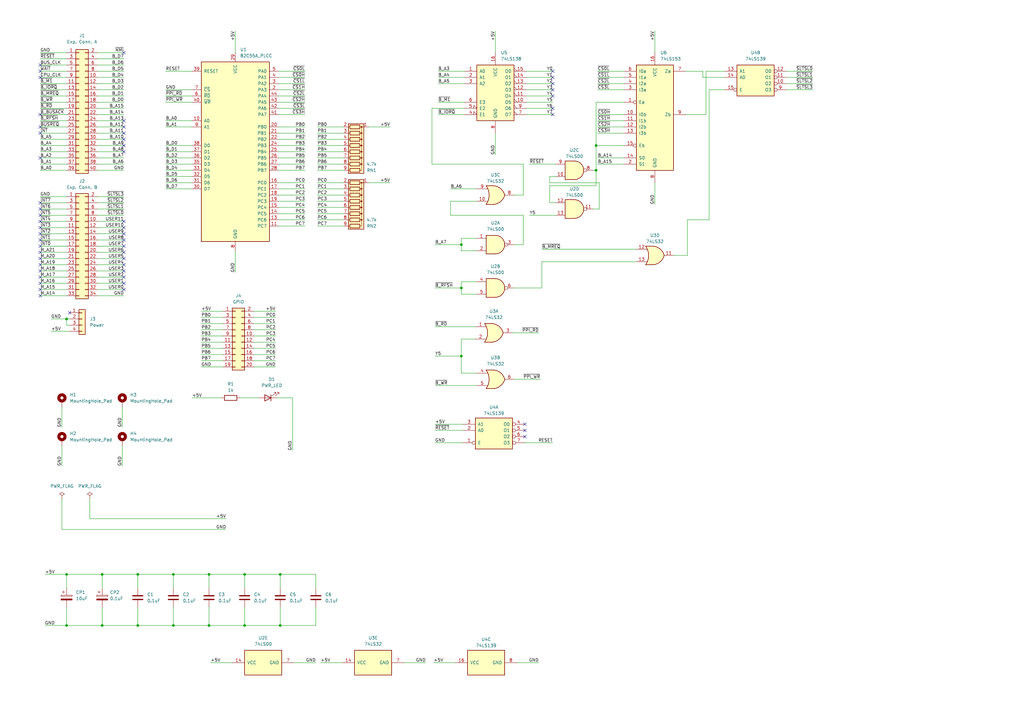
<source format=kicad_sch>
(kicad_sch (version 20230121) (generator eeschema)
  (paper "A3")
  (title_block (title "PPI & Slot Select Board for the Stackable Z80 Computer") (date "2023-08-31") (rev "1.1"))
  (junction (at 27.305 256.54))
  (junction (at 27.305 130.81))
  (junction (at 71.12 256.54))
  (junction (at 100.33 256.54))
  (junction (at 41.91 256.54))
  (junction (at 27.305 235.585))
  (junction (at 189.23 146.05))
  (junction (at 85.725 256.54))
  (junction (at 41.91 235.585))
  (junction (at 244.475 69.85))
  (junction (at 56.515 256.54))
  (junction (at 244.475 59.69))
  (junction (at 85.725 235.585))
  (junction (at 189.23 100.33))
  (junction (at 71.12 235.585))
  (junction (at 114.935 256.54))
  (junction (at 114.935 235.585))
  (junction (at 56.515 235.585))
  (junction (at 100.33 235.585))
  (junction (at 189.23 118.11))
  (no_connect (at 226.695 29.21))
  (no_connect (at 16.51 31.75))
  (no_connect (at 16.51 64.77))
  (no_connect (at 50.8 113.665))
  (no_connect (at 16.51 90.805))
  (no_connect (at 50.8 95.885))
  (no_connect (at 50.8 108.585))
  (no_connect (at 215.265 176.53))
  (no_connect (at 50.8 52.07))
  (no_connect (at 50.8 116.205))
  (no_connect (at 16.51 121.285))
  (no_connect (at 50.8 103.505))
  (no_connect (at 226.695 39.37))
  (no_connect (at 16.51 54.61))
  (no_connect (at 50.8 90.805))
  (no_connect (at 50.8 59.69))
  (no_connect (at 16.51 106.045))
  (no_connect (at 215.265 173.99))
  (no_connect (at 16.51 103.505))
  (no_connect (at 16.51 100.965))
  (no_connect (at 16.51 111.125))
  (no_connect (at 28.575 128.27))
  (no_connect (at 16.51 95.885))
  (no_connect (at 226.695 36.83))
  (no_connect (at 50.8 93.345))
  (no_connect (at 16.51 29.21))
  (no_connect (at 50.8 21.59))
  (no_connect (at 50.8 100.965))
  (no_connect (at 50.8 118.745))
  (no_connect (at 50.8 98.425))
  (no_connect (at 16.51 88.265))
  (no_connect (at 16.51 108.585))
  (no_connect (at 50.8 57.15))
  (no_connect (at 16.51 98.425))
  (no_connect (at 50.8 111.125))
  (no_connect (at 50.8 54.61))
  (no_connect (at 50.8 49.53))
  (no_connect (at 16.51 93.345))
  (no_connect (at 50.8 62.23))
  (no_connect (at 226.695 34.29))
  (no_connect (at 16.51 26.67))
  (no_connect (at 16.51 83.185))
  (no_connect (at 16.51 52.07))
  (no_connect (at 226.695 31.75))
  (no_connect (at 16.51 46.99))
  (no_connect (at 215.265 179.07))
  (no_connect (at 16.51 113.665))
  (no_connect (at 226.695 44.45))
  (no_connect (at 16.51 116.205))
  (no_connect (at 226.695 46.99))
  (no_connect (at 50.8 106.045))
  (no_connect (at 16.51 85.725))
  (no_connect (at 16.51 118.745))
  (wire (pts (xy 50.8 36.83) (xy 40.005 36.83)))
  (wire (pts (xy 114.3 44.45) (xy 125.095 44.45)))
  (wire (pts (xy 40.005 103.505) (xy 50.8 103.505)))
  (wire (pts (xy 114.3 57.15) (xy 125.095 57.15)))
  (wire (pts (xy 25.4 204.47) (xy 25.4 217.17)))
  (wire (pts (xy 195.58 115.57) (xy 189.23 115.57)))
  (wire (pts (xy 179.705 46.99) (xy 190.5 46.99)))
  (wire (pts (xy 104.14 147.955) (xy 113.03 147.955)))
  (wire (pts (xy 67.945 41.91) (xy 78.74 41.91)))
  (wire (pts (xy 130.175 74.93) (xy 140.97 74.93)))
  (wire (pts (xy 189.23 100.33) (xy 189.23 102.87)))
  (wire (pts (xy 16.51 113.665) (xy 27.305 113.665)))
  (wire (pts (xy 16.51 36.83) (xy 27.305 36.83)))
  (wire (pts (xy 178.435 173.99) (xy 189.865 173.99)))
  (wire (pts (xy 255.905 31.75) (xy 245.11 31.75)))
  (wire (pts (xy 100.33 248.92) (xy 100.33 256.54)))
  (wire (pts (xy 16.51 46.99) (xy 27.305 46.99)))
  (wire (pts (xy 130.175 59.69) (xy 140.97 59.69)))
  (wire (pts (xy 113.03 127.635) (xy 104.14 127.635)))
  (wire (pts (xy 114.3 92.71) (xy 125.095 92.71)))
  (wire (pts (xy 40.005 90.805) (xy 50.8 90.805)))
  (wire (pts (xy 225.425 76.2) (xy 244.475 76.2)))
  (wire (pts (xy 104.14 150.495) (xy 113.03 150.495)))
  (wire (pts (xy 244.475 59.69) (xy 244.475 41.91)))
  (wire (pts (xy 322.58 36.83) (xy 333.375 36.83)))
  (wire (pts (xy 50.165 167.005) (xy 50.165 175.26)))
  (wire (pts (xy 195.58 97.79) (xy 189.23 97.79)))
  (wire (pts (xy 104.14 142.875) (xy 113.03 142.875)))
  (wire (pts (xy 67.945 29.21) (xy 78.74 29.21)))
  (wire (pts (xy 227.965 83.185) (xy 225.425 83.185)))
  (wire (pts (xy 160.02 74.93) (xy 151.13 74.93)))
  (wire (pts (xy 189.23 146.05) (xy 189.23 153.035)))
  (wire (pts (xy 220.98 136.525) (xy 210.185 136.525)))
  (wire (pts (xy 96.52 111.76) (xy 96.52 102.87)))
  (wire (pts (xy 16.51 85.725) (xy 27.305 85.725)))
  (wire (pts (xy 217.17 67.31) (xy 227.965 67.31)))
  (wire (pts (xy 322.58 31.75) (xy 333.375 31.75)))
  (wire (pts (xy 221.615 155.575) (xy 210.82 155.575)))
  (wire (pts (xy 18.415 235.585) (xy 27.305 235.585)))
  (wire (pts (xy 50.8 41.91) (xy 40.005 41.91)))
  (wire (pts (xy 27.305 235.585) (xy 27.305 241.3)))
  (wire (pts (xy 114.3 85.09) (xy 125.095 85.09)))
  (wire (pts (xy 189.23 115.57) (xy 189.23 118.11)))
  (wire (pts (xy 177.165 67.31) (xy 177.165 44.45)))
  (wire (pts (xy 40.005 106.045) (xy 50.8 106.045)))
  (wire (pts (xy 281.94 104.775) (xy 281.94 90.17)))
  (wire (pts (xy 16.51 69.85) (xy 27.305 69.85)))
  (wire (pts (xy 50.8 121.285) (xy 40.005 121.285)))
  (wire (pts (xy 50.8 52.07) (xy 40.005 52.07)))
  (wire (pts (xy 27.305 133.35) (xy 27.305 130.81)))
  (wire (pts (xy 114.3 54.61) (xy 125.095 54.61)))
  (wire (pts (xy 220.98 271.78) (xy 212.09 271.78)))
  (wire (pts (xy 214.63 88.265) (xy 184.785 88.265)))
  (wire (pts (xy 130.175 80.01) (xy 140.97 80.01)))
  (wire (pts (xy 114.3 64.77) (xy 125.095 64.77)))
  (wire (pts (xy 203.2 12.7) (xy 203.2 21.59)))
  (wire (pts (xy 67.945 59.69) (xy 78.74 59.69)))
  (wire (pts (xy 114.935 235.585) (xy 100.33 235.585)))
  (wire (pts (xy 255.905 36.83) (xy 245.11 36.83)))
  (wire (pts (xy 50.8 57.15) (xy 40.005 57.15)))
  (wire (pts (xy 25.4 182.88) (xy 25.4 191.135)))
  (wire (pts (xy 40.005 100.965) (xy 50.8 100.965)))
  (wire (pts (xy 214.63 100.33) (xy 214.63 88.265)))
  (wire (pts (xy 178.435 118.11) (xy 189.23 118.11)))
  (wire (pts (xy 16.51 41.91) (xy 27.305 41.91)))
  (wire (pts (xy 27.305 256.54) (xy 27.305 248.92)))
  (wire (pts (xy 245.745 74.93) (xy 245.745 85.725)))
  (wire (pts (xy 50.8 62.23) (xy 40.005 62.23)))
  (wire (pts (xy 322.58 29.21) (xy 333.375 29.21)))
  (wire (pts (xy 114.3 52.07) (xy 125.095 52.07)))
  (wire (pts (xy 67.945 69.85) (xy 78.74 69.85)))
  (wire (pts (xy 40.005 88.265) (xy 50.8 88.265)))
  (wire (pts (xy 50.8 54.61) (xy 40.005 54.61)))
  (wire (pts (xy 184.785 77.47) (xy 195.58 77.47)))
  (wire (pts (xy 227.965 88.265) (xy 217.17 88.265)))
  (wire (pts (xy 91.44 140.335) (xy 82.55 140.335)))
  (wire (pts (xy 114.3 67.31) (xy 125.095 67.31)))
  (wire (pts (xy 244.475 59.69) (xy 255.905 59.69)))
  (wire (pts (xy 130.175 82.55) (xy 140.97 82.55)))
  (wire (pts (xy 27.305 130.81) (xy 28.575 130.81)))
  (wire (pts (xy 244.475 41.91) (xy 255.905 41.91)))
  (wire (pts (xy 71.12 241.3) (xy 71.12 235.585)))
  (wire (pts (xy 16.51 54.61) (xy 27.305 54.61)))
  (wire (pts (xy 179.705 41.91) (xy 190.5 41.91)))
  (wire (pts (xy 67.945 49.53) (xy 78.74 49.53)))
  (wire (pts (xy 114.3 41.91) (xy 125.095 41.91)))
  (wire (pts (xy 130.175 69.85) (xy 140.97 69.85)))
  (wire (pts (xy 50.8 49.53) (xy 40.005 49.53)))
  (wire (pts (xy 50.8 116.205) (xy 40.005 116.205)))
  (wire (pts (xy 290.83 36.83) (xy 290.83 90.17)))
  (wire (pts (xy 50.8 24.13) (xy 40.005 24.13)))
  (wire (pts (xy 16.51 44.45) (xy 27.305 44.45)))
  (wire (pts (xy 71.12 248.92) (xy 71.12 256.54)))
  (wire (pts (xy 114.3 77.47) (xy 125.095 77.47)))
  (wire (pts (xy 245.745 85.725) (xy 243.205 85.725)))
  (wire (pts (xy 91.44 132.715) (xy 82.55 132.715)))
  (wire (pts (xy 50.8 34.29) (xy 40.005 34.29)))
  (wire (pts (xy 50.8 46.99) (xy 40.005 46.99)))
  (wire (pts (xy 114.3 46.99) (xy 125.095 46.99)))
  (wire (pts (xy 178.435 181.61) (xy 189.865 181.61)))
  (wire (pts (xy 25.4 217.17) (xy 92.71 217.17)))
  (wire (pts (xy 36.83 212.725) (xy 92.71 212.725)))
  (wire (pts (xy 16.51 29.21) (xy 27.305 29.21)))
  (wire (pts (xy 114.3 74.93) (xy 125.095 74.93)))
  (wire (pts (xy 50.8 59.69) (xy 40.005 59.69)))
  (wire (pts (xy 255.905 29.21) (xy 245.11 29.21)))
  (wire (pts (xy 210.82 100.33) (xy 214.63 100.33)))
  (wire (pts (xy 288.29 29.21) (xy 288.29 31.75)))
  (wire (pts (xy 215.9 46.99) (xy 226.695 46.99)))
  (wire (pts (xy 40.005 83.185) (xy 50.8 83.185)))
  (wire (pts (xy 244.475 69.85) (xy 244.475 59.69)))
  (wire (pts (xy 85.725 248.92) (xy 85.725 256.54)))
  (wire (pts (xy 114.3 62.23) (xy 125.095 62.23)))
  (wire (pts (xy 16.51 49.53) (xy 27.305 49.53)))
  (wire (pts (xy 16.51 59.69) (xy 27.305 59.69)))
  (wire (pts (xy 129.54 235.585) (xy 114.935 235.585)))
  (wire (pts (xy 25.4 167.005) (xy 25.4 175.26)))
  (wire (pts (xy 16.51 39.37) (xy 27.305 39.37)))
  (wire (pts (xy 244.475 76.2) (xy 244.475 69.85)))
  (wire (pts (xy 16.51 26.67) (xy 27.305 26.67)))
  (wire (pts (xy 91.44 130.175) (xy 82.55 130.175)))
  (wire (pts (xy 114.3 31.75) (xy 125.095 31.75)))
  (wire (pts (xy 178.435 176.53) (xy 189.865 176.53)))
  (wire (pts (xy 114.935 241.3) (xy 114.935 235.585)))
  (wire (pts (xy 85.725 256.54) (xy 71.12 256.54)))
  (wire (pts (xy 160.02 52.07) (xy 151.13 52.07)))
  (wire (pts (xy 71.12 235.585) (xy 56.515 235.585)))
  (wire (pts (xy 178.435 158.115) (xy 195.58 158.115)))
  (wire (pts (xy 104.14 137.795) (xy 113.03 137.795)))
  (wire (pts (xy 222.25 107.315) (xy 260.985 107.315)))
  (wire (pts (xy 114.935 256.54) (xy 100.33 256.54)))
  (wire (pts (xy 177.8 271.78) (xy 186.69 271.78)))
  (wire (pts (xy 67.945 67.31) (xy 78.74 67.31)))
  (wire (pts (xy 16.51 118.745) (xy 27.305 118.745)))
  (wire (pts (xy 290.83 90.17) (xy 281.94 90.17)))
  (wire (pts (xy 40.005 98.425) (xy 50.8 98.425)))
  (wire (pts (xy 255.905 46.99) (xy 245.11 46.99)))
  (wire (pts (xy 16.51 121.285) (xy 27.305 121.285)))
  (wire (pts (xy 255.905 54.61) (xy 245.11 54.61)))
  (wire (pts (xy 214.63 67.31) (xy 177.165 67.31)))
  (wire (pts (xy 255.905 34.29) (xy 245.11 34.29)))
  (wire (pts (xy 184.785 88.265) (xy 184.785 82.55)))
  (wire (pts (xy 100.33 241.3) (xy 100.33 235.585)))
  (wire (pts (xy 86.36 271.78) (xy 95.25 271.78)))
  (wire (pts (xy 18.415 256.54) (xy 27.305 256.54)))
  (wire (pts (xy 16.51 31.75) (xy 27.305 31.75)))
  (wire (pts (xy 189.23 120.65) (xy 195.58 120.65)))
  (wire (pts (xy 50.8 67.31) (xy 40.005 67.31)))
  (wire (pts (xy 78.74 163.195) (xy 90.805 163.195)))
  (wire (pts (xy 114.3 39.37) (xy 125.095 39.37)))
  (wire (pts (xy 67.945 64.77) (xy 78.74 64.77)))
  (wire (pts (xy 16.51 108.585) (xy 27.305 108.585)))
  (wire (pts (xy 41.91 235.585) (xy 41.91 241.3)))
  (wire (pts (xy 56.515 248.92) (xy 56.515 256.54)))
  (wire (pts (xy 210.82 80.01) (xy 214.63 80.01)))
  (wire (pts (xy 40.005 108.585) (xy 50.8 108.585)))
  (wire (pts (xy 276.225 104.775) (xy 281.94 104.775)))
  (wire (pts (xy 91.44 137.795) (xy 82.55 137.795)))
  (wire (pts (xy 16.51 93.345) (xy 27.305 93.345)))
  (wire (pts (xy 16.51 116.205) (xy 27.305 116.205)))
  (wire (pts (xy 174.625 271.78) (xy 165.735 271.78)))
  (wire (pts (xy 16.51 52.07) (xy 27.305 52.07)))
  (wire (pts (xy 268.605 12.7) (xy 268.605 21.59)))
  (wire (pts (xy 245.11 67.31) (xy 255.905 67.31)))
  (wire (pts (xy 100.33 256.54) (xy 85.725 256.54)))
  (wire (pts (xy 194.945 139.065) (xy 189.23 139.065)))
  (wire (pts (xy 104.14 132.715) (xy 113.03 132.715)))
  (wire (pts (xy 71.12 256.54) (xy 56.515 256.54)))
  (wire (pts (xy 130.175 67.31) (xy 140.97 67.31)))
  (wire (pts (xy 50.8 64.77) (xy 40.005 64.77)))
  (wire (pts (xy 20.955 135.89) (xy 28.575 135.89)))
  (wire (pts (xy 91.44 150.495) (xy 82.55 150.495)))
  (wire (pts (xy 129.54 256.54) (xy 114.935 256.54)))
  (wire (pts (xy 245.11 64.77) (xy 255.905 64.77)))
  (wire (pts (xy 104.14 135.255) (xy 113.03 135.255)))
  (wire (pts (xy 114.3 34.29) (xy 125.095 34.29)))
  (wire (pts (xy 114.3 69.85) (xy 125.095 69.85)))
  (wire (pts (xy 16.51 57.15) (xy 27.305 57.15)))
  (wire (pts (xy 114.3 59.69) (xy 125.095 59.69)))
  (wire (pts (xy 100.33 235.585) (xy 85.725 235.585)))
  (wire (pts (xy 50.8 113.665) (xy 40.005 113.665)))
  (wire (pts (xy 189.23 139.065) (xy 189.23 146.05)))
  (wire (pts (xy 129.54 248.92) (xy 129.54 256.54)))
  (wire (pts (xy 179.705 29.21) (xy 190.5 29.21)))
  (wire (pts (xy 67.945 74.93) (xy 78.74 74.93)))
  (wire (pts (xy 114.3 29.21) (xy 125.095 29.21)))
  (wire (pts (xy 16.51 64.77) (xy 27.305 64.77)))
  (wire (pts (xy 104.14 145.415) (xy 113.03 145.415)))
  (wire (pts (xy 104.14 140.335) (xy 113.03 140.335)))
  (wire (pts (xy 215.9 41.91) (xy 226.695 41.91)))
  (wire (pts (xy 215.9 29.21) (xy 226.695 29.21)))
  (wire (pts (xy 225.425 74.93) (xy 245.745 74.93)))
  (wire (pts (xy 178.435 100.33) (xy 189.23 100.33)))
  (wire (pts (xy 281.305 29.21) (xy 288.29 29.21)))
  (wire (pts (xy 16.51 80.645) (xy 27.305 80.645)))
  (wire (pts (xy 225.425 72.39) (xy 225.425 74.93)))
  (wire (pts (xy 214.63 80.01) (xy 214.63 67.31)))
  (wire (pts (xy 281.305 46.99) (xy 289.56 46.99)))
  (wire (pts (xy 91.44 145.415) (xy 82.55 145.415)))
  (wire (pts (xy 50.8 31.75) (xy 40.005 31.75)))
  (wire (pts (xy 67.945 52.07) (xy 78.74 52.07)))
  (wire (pts (xy 50.8 69.85) (xy 40.005 69.85)))
  (wire (pts (xy 104.14 130.175) (xy 113.03 130.175)))
  (wire (pts (xy 27.305 235.585) (xy 41.91 235.585)))
  (wire (pts (xy 129.54 241.3) (xy 129.54 235.585)))
  (wire (pts (xy 16.51 98.425) (xy 27.305 98.425)))
  (wire (pts (xy 91.44 135.255) (xy 82.55 135.255)))
  (wire (pts (xy 288.29 31.75) (xy 297.18 31.75)))
  (wire (pts (xy 16.51 88.265) (xy 27.305 88.265)))
  (wire (pts (xy 210.82 118.11) (xy 222.25 118.11)))
  (wire (pts (xy 130.175 90.17) (xy 140.97 90.17)))
  (wire (pts (xy 203.2 63.5) (xy 203.2 54.61)))
  (wire (pts (xy 130.175 92.71) (xy 140.97 92.71)))
  (wire (pts (xy 114.3 82.55) (xy 125.095 82.55)))
  (wire (pts (xy 120.015 163.195) (xy 120.015 184.785)))
  (wire (pts (xy 50.165 182.88) (xy 50.165 191.135)))
  (wire (pts (xy 16.51 106.045) (xy 27.305 106.045)))
  (wire (pts (xy 114.3 87.63) (xy 125.095 87.63)))
  (wire (pts (xy 222.25 102.235) (xy 260.985 102.235)))
  (wire (pts (xy 91.44 142.875) (xy 82.55 142.875)))
  (wire (pts (xy 215.9 36.83) (xy 226.695 36.83)))
  (wire (pts (xy 225.425 72.39) (xy 227.965 72.39)))
  (wire (pts (xy 16.51 95.885) (xy 27.305 95.885)))
  (wire (pts (xy 114.935 248.92) (xy 114.935 256.54)))
  (wire (pts (xy 56.515 241.3) (xy 56.515 235.585)))
  (wire (pts (xy 16.51 67.31) (xy 27.305 67.31)))
  (wire (pts (xy 50.8 44.45) (xy 40.005 44.45)))
  (wire (pts (xy 130.175 77.47) (xy 140.97 77.47)))
  (wire (pts (xy 226.695 181.61) (xy 215.265 181.61)))
  (wire (pts (xy 56.515 256.54) (xy 41.91 256.54)))
  (wire (pts (xy 98.425 163.195) (xy 106.045 163.195)))
  (wire (pts (xy 16.51 21.59) (xy 27.305 21.59)))
  (wire (pts (xy 215.9 34.29) (xy 226.695 34.29)))
  (wire (pts (xy 215.9 31.75) (xy 226.695 31.75)))
  (wire (pts (xy 50.8 21.59) (xy 40.005 21.59)))
  (wire (pts (xy 16.51 111.125) (xy 27.305 111.125)))
  (wire (pts (xy 16.51 103.505) (xy 27.305 103.505)))
  (wire (pts (xy 40.005 93.345) (xy 50.8 93.345)))
  (wire (pts (xy 184.785 82.55) (xy 195.58 82.55)))
  (wire (pts (xy 289.56 46.99) (xy 289.56 29.21)))
  (wire (pts (xy 130.175 64.77) (xy 140.97 64.77)))
  (wire (pts (xy 289.56 29.21) (xy 297.18 29.21)))
  (wire (pts (xy 131.445 271.78) (xy 140.335 271.78)))
  (wire (pts (xy 189.23 102.87) (xy 195.58 102.87)))
  (wire (pts (xy 82.55 127.635) (xy 91.44 127.635)))
  (wire (pts (xy 189.23 118.11) (xy 189.23 120.65)))
  (wire (pts (xy 297.18 36.83) (xy 290.83 36.83)))
  (wire (pts (xy 50.8 111.125) (xy 40.005 111.125)))
  (wire (pts (xy 67.945 72.39) (xy 78.74 72.39)))
  (wire (pts (xy 91.44 147.955) (xy 82.55 147.955)))
  (wire (pts (xy 50.8 29.21) (xy 40.005 29.21)))
  (wire (pts (xy 120.015 163.195) (xy 113.665 163.195)))
  (wire (pts (xy 85.725 235.585) (xy 71.12 235.585)))
  (wire (pts (xy 50.8 118.745) (xy 40.005 118.745)))
  (wire (pts (xy 67.945 36.83) (xy 78.74 36.83)))
  (wire (pts (xy 189.23 97.79) (xy 189.23 100.33)))
  (wire (pts (xy 67.945 77.47) (xy 78.74 77.47)))
  (wire (pts (xy 255.905 52.07) (xy 245.11 52.07)))
  (wire (pts (xy 16.51 24.13) (xy 27.305 24.13)))
  (wire (pts (xy 322.58 34.29) (xy 333.375 34.29)))
  (wire (pts (xy 130.175 62.23) (xy 140.97 62.23)))
  (wire (pts (xy 85.725 241.3) (xy 85.725 235.585)))
  (wire (pts (xy 96.52 12.7) (xy 96.52 21.59)))
  (wire (pts (xy 41.91 256.54) (xy 41.91 248.92)))
  (wire (pts (xy 130.175 57.15) (xy 140.97 57.15)))
  (wire (pts (xy 16.51 83.185) (xy 27.305 83.185)))
  (wire (pts (xy 27.305 256.54) (xy 41.91 256.54)))
  (wire (pts (xy 40.005 80.645) (xy 50.8 80.645)))
  (wire (pts (xy 40.005 85.725) (xy 50.8 85.725)))
  (wire (pts (xy 215.9 44.45) (xy 226.695 44.45)))
  (wire (pts (xy 268.605 83.82) (xy 268.605 74.93)))
  (wire (pts (xy 244.475 69.85) (xy 243.205 69.85)))
  (wire (pts (xy 16.51 90.805) (xy 27.305 90.805)))
  (wire (pts (xy 28.575 133.35) (xy 27.305 133.35)))
  (wire (pts (xy 67.945 39.37) (xy 78.74 39.37)))
  (wire (pts (xy 189.23 153.035) (xy 195.58 153.035)))
  (wire (pts (xy 16.51 100.965) (xy 27.305 100.965)))
  (wire (pts (xy 255.905 49.53) (xy 245.11 49.53)))
  (wire (pts (xy 130.175 87.63) (xy 140.97 87.63)))
  (wire (pts (xy 177.165 44.45) (xy 190.5 44.45)))
  (wire (pts (xy 130.175 52.07) (xy 140.97 52.07)))
  (wire (pts (xy 189.23 146.05) (xy 178.435 146.05)))
  (wire (pts (xy 40.005 95.885) (xy 50.8 95.885)))
  (wire (pts (xy 225.425 83.185) (xy 225.425 76.2)))
  (wire (pts (xy 130.175 85.09) (xy 140.97 85.09)))
  (wire (pts (xy 114.3 80.01) (xy 125.095 80.01)))
  (wire (pts (xy 114.3 90.17) (xy 125.095 90.17)))
  (wire (pts (xy 56.515 235.585) (xy 41.91 235.585)))
  (wire (pts (xy 130.175 54.61) (xy 140.97 54.61)))
  (wire (pts (xy 50.8 26.67) (xy 40.005 26.67)))
  (wire (pts (xy 178.435 133.985) (xy 194.945 133.985)))
  (wire (pts (xy 222.25 118.11) (xy 222.25 107.315)))
  (wire (pts (xy 50.8 39.37) (xy 40.005 39.37)))
  (wire (pts (xy 20.955 130.81) (xy 27.305 130.81)))
  (wire (pts (xy 67.945 62.23) (xy 78.74 62.23)))
  (wire (pts (xy 16.51 62.23) (xy 27.305 62.23)))
  (wire (pts (xy 129.54 271.78) (xy 120.65 271.78)))
  (wire (pts (xy 36.83 204.47) (xy 36.83 212.725)))
  (wire (pts (xy 114.3 36.83) (xy 125.095 36.83)))
  (wire (pts (xy 179.705 31.75) (xy 190.5 31.75)))
  (wire (pts (xy 215.9 39.37) (xy 226.695 39.37)))
  (wire (pts (xy 16.51 34.29) (xy 27.305 34.29)))
  (wire (pts (xy 179.705 34.29) (xy 190.5 34.29)))
  (label "GND" (at 50.165 175.26 90))
  (label "B_D1" (at 67.945 62.23 0))
  (label "+5V" (at 178.435 173.99 0))
  (label "B_D7" (at 67.945 77.47 0))
  (label "+5V" (at 268.605 12.7 270))
  (label "USER4" (at 50.8 108.585 180))
  (label "~{RESET}" (at 16.51 24.13 0))
  (label "GND" (at 25.4 191.135 90))
  (label "PB0" (at 125.095 52.07 180))
  (label "USER9" (at 50.8 95.885 180))
  (label "~{INT}" (at 16.51 54.61 0))
  (label "PB2" (at 130.175 57.15 0))
  (label "B_A1" (at 16.51 67.31 0))
  (label "PB4" (at 82.55 140.335 0))
  (label "M_A21" (at 16.51 103.505 0))
  (label "PC2" (at 125.095 80.01 180))
  (label "GND" (at 50.165 191.135 90))
  (label "B_A9" (at 50.8 59.69 180))
  (label "RESET" (at 67.945 29.21 0))
  (label "Y7" (at 226.695 46.99 180))
  (label "B_D4" (at 50.8 31.75 180))
  (label "GND" (at 16.51 21.59 0))
  (label "~{RESET}" (at 217.17 67.31 0))
  (label "~{CS2H}" (at 245.11 52.07 0))
  (label "+5V" (at 86.36 271.78 0))
  (label "B_A8" (at 50.8 62.23 180))
  (label "~{SLTSL1}" (at 50.8 85.725 180))
  (label "Y5" (at 178.435 146.05 0))
  (label "B_D5" (at 67.945 72.39 0))
  (label "PC6" (at 113.03 145.415 180))
  (label "B_A5" (at 16.51 57.15 0))
  (label "B_A4" (at 16.51 59.69 0))
  (label "PC6" (at 130.175 90.17 0))
  (label "Y0" (at 226.695 29.21 180))
  (label "~{INT1}" (at 16.51 98.425 0))
  (label "~{CS2H}" (at 125.095 41.91 180))
  (label "+5V" (at 82.55 127.635 0))
  (label "BUS_CLK" (at 16.51 26.67 0))
  (label "~{INT0}" (at 16.51 100.965 0))
  (label "~{B_M1}" (at 16.51 34.29 0))
  (label "GND" (at 16.51 80.645 0))
  (label "B_A6" (at 50.8 67.31 180))
  (label "USER10" (at 50.8 93.345 180))
  (label "PC1" (at 113.03 132.715 180))
  (label "B_A3" (at 16.51 62.23 0))
  (label "PB3" (at 130.175 59.69 0))
  (label "B_D5" (at 50.8 29.21 180))
  (label "B_D3" (at 50.8 34.29 180))
  (label "+5V" (at 92.71 212.725 180))
  (label "PB5" (at 130.175 64.77 0))
  (label "~{B_RFSH}" (at 16.51 49.53 0))
  (label "USER2" (at 50.8 113.665 180))
  (label "GND" (at 178.435 181.61 0))
  (label "USER5" (at 50.8 106.045 180))
  (label "B_A7" (at 50.8 64.77 180))
  (label "PC1" (at 125.095 77.47 180))
  (label "+5V" (at 160.02 74.93 180))
  (label "GND" (at 220.98 271.78 180))
  (label "CPU_CLK" (at 16.51 31.75 0))
  (label "GND" (at 25.4 175.26 90))
  (label "B_D6" (at 50.8 26.67 180))
  (label "~{RESET}" (at 178.435 176.53 0))
  (label "GND" (at 67.945 36.83 0))
  (label "PB0" (at 130.175 52.07 0))
  (label "~{CS3L}" (at 125.095 44.45 180))
  (label "GND" (at 92.71 217.17 180))
  (label "M_A18" (at 16.51 111.125 0))
  (label "B_A15" (at 245.11 67.31 0))
  (label "PC1" (at 130.175 77.47 0))
  (label "B_A5" (at 179.705 34.29 0))
  (label "USER8" (at 50.8 98.425 180))
  (label "~{SLTSL1}" (at 333.375 31.75 180))
  (label "PC6" (at 125.095 90.17 180))
  (label "~{NMI}" (at 50.8 21.59 180))
  (label "PB7" (at 130.175 69.85 0))
  (label "PC5" (at 130.175 87.63 0))
  (label "~{WAIT}" (at 16.51 29.21 0))
  (label "B_A11" (at 50.8 54.61 180))
  (label "PC7" (at 130.175 92.71 0))
  (label "B_A1" (at 67.945 52.07 0))
  (label "B_D7" (at 50.8 24.13 180))
  (label "+5V" (at 203.2 12.7 270))
  (label "~{B_IORQ}" (at 179.705 46.99 0))
  (label "PB1" (at 82.55 132.715 0))
  (label "B_D2" (at 67.945 64.77 0))
  (label "PC2" (at 113.03 135.255 180))
  (label "Y6" (at 226.695 44.45 180))
  (label "~{CS0H}" (at 245.11 46.99 0))
  (label "+5V" (at 113.03 127.635 180))
  (label "~{PPI_RD}" (at 67.945 39.37 0))
  (label "B_A13" (at 50.8 49.53 180))
  (label "PC7" (at 125.095 92.71 180))
  (label "B_A7" (at 178.435 100.33 0))
  (label "USER3" (at 50.8 111.125 180))
  (label "~{B_RFSH}" (at 178.435 118.11 0))
  (label "~{SLTSL3}" (at 50.8 80.645 180))
  (label "PC4" (at 125.095 85.09 180))
  (label "M_A19" (at 16.51 108.585 0))
  (label "GND" (at 120.015 184.785 90))
  (label "B_A0" (at 67.945 49.53 0))
  (label "~{B_BUSACK}" (at 16.51 46.99 0))
  (label "~{CS1L}" (at 245.11 31.75 0))
  (label "B_D4" (at 67.945 69.85 0))
  (label "Y5" (at 226.695 41.91 180))
  (label "PB7" (at 125.095 69.85 180))
  (label "B_A10" (at 50.8 57.15 180))
  (label "M_A15" (at 16.51 118.745 0))
  (label "~{CS3H}" (at 125.095 46.99 180))
  (label "~{PPI_WR}" (at 221.615 155.575 180))
  (label "~{CS0H}" (at 125.095 31.75 180))
  (label "~{B_M1}" (at 179.705 41.91 0))
  (label "PC7" (at 113.03 147.955 180))
  (label "PB7" (at 82.55 147.955 0))
  (label "~{B_MREQ}" (at 16.51 39.37 0))
  (label "GND" (at 174.625 271.78 180))
  (label "USER11" (at 50.8 90.805 180))
  (label "Y2" (at 226.695 34.29 180))
  (label "~{CS0L}" (at 245.11 29.21 0))
  (label "Y1" (at 226.695 31.75 180))
  (label "~{CS1H}" (at 125.095 36.83 180))
  (label "PB6" (at 82.55 145.415 0))
  (label "PC0" (at 125.095 74.93 180))
  (label "~{SLTSL3}" (at 333.375 36.83 180))
  (label "PC4" (at 130.175 85.09 0))
  (label "USER0" (at 50.8 118.745 180))
  (label "GND" (at 18.415 256.54 0))
  (label "~{SLTSL0}" (at 333.375 29.21 180))
  (label "~{B_MREQ}" (at 222.25 102.235 0))
  (label "~{INT5}" (at 16.51 88.265 0))
  (label "M_A16" (at 16.51 116.205 0))
  (label "B_A14" (at 245.11 64.77 0))
  (label "PB1" (at 125.095 54.61 180))
  (label "PB3" (at 82.55 137.795 0))
  (label "Y5" (at 217.17 88.265 0))
  (label "PB6" (at 130.175 67.31 0))
  (label "B_D0" (at 50.8 41.91 180))
  (label "PC5" (at 113.03 142.875 180))
  (label "+5V" (at 20.955 135.89 0))
  (label "PB4" (at 125.095 62.23 180))
  (label "USER7" (at 50.8 100.965 180))
  (label "~{PPI_RD}" (at 220.98 136.525 180))
  (label "~{CS1H}" (at 245.11 49.53 0))
  (label "USER1" (at 50.8 116.205 180))
  (label "PC3" (at 113.03 137.795 180))
  (label "+5V" (at 96.52 12.7 270))
  (label "PB0" (at 82.55 130.175 0))
  (label "B_A6" (at 184.785 77.47 0))
  (label "~{B_WR}" (at 16.51 41.91 0))
  (label "GND" (at 50.8 69.85 180))
  (label "B_D2" (at 50.8 36.83 180))
  (label "~{INT6}" (at 16.51 85.725 0))
  (label "+5V" (at 160.02 52.07 180))
  (label "GND" (at 129.54 271.78 180))
  (label "M_A14" (at 16.51 121.285 0))
  (label "~{INT2}" (at 16.51 95.885 0))
  (label "B_D0" (at 67.945 59.69 0))
  (label "GND" (at 82.55 150.495 0))
  (label "PB4" (at 130.175 62.23 0))
  (label "PC3" (at 125.095 82.55 180))
  (label "PC0" (at 113.03 130.175 180))
  (label "PB2" (at 125.095 57.15 180))
  (label "+5V" (at 78.74 163.195 0))
  (label "M_A17" (at 16.51 113.665 0))
  (label "B_A4" (at 179.705 31.75 0))
  (label "B_A2" (at 16.51 64.77 0))
  (label "B_D6" (at 67.945 74.93 0))
  (label "~{CS3L}" (at 245.11 36.83 0))
  (label "+5V" (at 177.8 271.78 0))
  (label "PC3" (at 130.175 82.55 0))
  (label "~{B_RD}" (at 178.435 133.985 0))
  (label "~{B_WR}" (at 178.435 158.115 0))
  (label "~{CS2L}" (at 245.11 34.29 0))
  (label "~{CS2L}" (at 125.095 39.37 180))
  (label "B_A0" (at 16.51 69.85 0))
  (label "B_A12" (at 50.8 52.07 180))
  (label "PB2" (at 82.55 135.255 0))
  (label "PB1" (at 130.175 54.61 0))
  (label "PC5" (at 125.095 87.63 180))
  (label "GND" (at 203.2 63.5 90))
  (label "PC2" (at 130.175 80.01 0))
  (label "PB6" (at 125.095 67.31 180))
  (label "GND" (at 20.955 130.81 0))
  (label "PB5" (at 82.55 142.875 0))
  (label "~{B_IORQ}" (at 16.51 36.83 0))
  (label "~{CS0L}" (at 125.095 29.21 180))
  (label "USER6" (at 50.8 103.505 180))
  (label "~{SLTSL2}" (at 50.8 83.185 180))
  (label "B_A14" (at 50.8 46.99 180))
  (label "~{PPI_WR}" (at 67.945 41.91 0))
  (label "B_A3" (at 179.705 29.21 0))
  (label "GND" (at 96.52 111.76 90))
  (label "+5V" (at 18.415 235.585 0))
  (label "B_D3" (at 67.945 67.31 0))
  (label "M_A20" (at 16.51 106.045 0))
  (label "~{CS3H}" (at 245.11 54.61 0))
  (label "~{CS1L}" (at 125.095 34.29 180))
  (label "~{B_RD}" (at 16.51 44.45 0))
  (label "~{BUSREQ}" (at 16.51 52.07 0))
  (label "PC0" (at 130.175 74.93 0))
  (label "~{INT4}" (at 16.51 90.805 0))
  (label "~{INT7}" (at 16.51 83.185 0))
  (label "Y4" (at 226.695 39.37 180))
  (label "PC4" (at 113.03 140.335 180))
  (label "GND" (at 268.605 83.82 90))
  (label "PB5" (at 125.095 64.77 180))
  (label "GND" (at 50.8 121.285 180))
  (label "B_D1" (at 50.8 39.37 180))
  (label "GND" (at 113.03 150.495 180))
  (label "~{SLTSL2}" (at 333.375 34.29 180))
  (label "B_A15" (at 50.8 44.45 180))
  (label "PB3" (at 125.095 59.69 180))
  (label "Y3" (at 226.695 36.83 180))
  (label "+5V" (at 131.445 271.78 0))
  (label "~{INT3}" (at 16.51 93.345 0))
  (label "~{SLTSL0}" (at 50.8 88.265 180))
  (label "RESET" (at 226.695 181.61 180))
  (symbol (lib_id "power:PWR_FLAG") (at 36.83 204.47 0) (unit 1)
    (property "Reference" "#FLG02" (effects hide))
    (property "Value" "PWR_FLAG" (at 36.83 199.39 0))
  )
  (symbol (lib_id "Interface:82C55A_PLCC") (at 96.52 62.23 0) (unit 1)
    (property "Reference" "U1" (at 98.4759 20.32 0) (effects (justify left)))
    (property "Value" "82C55A_PLCC" (at 98.4759 22.86 0) (effects (justify left)))
    (property "Footprint" "Package_LCC:PLCC-44_THT-Socket" (effects hide))
    (property "Datasheet" "http://jap.hu/electronic/8255.pdf" (effects hide))
  )
  (symbol (lib_id "74xx:74LS00") (at 107.95 271.78 90) (unit 5)
    (property "Reference" "U2" (at 107.95 261.62 90))
    (property "Value" "74LS00" (at 107.95 264.16 90))
    (property "Footprint" "Package_DIP:DIP-14_W7.62mm_Socket" (effects hide))
    (property "Datasheet" "http://www.ti.com/lit/gpn/sn74ls00" (effects hide))
  )
  (symbol (lib_id "Mechanical:MountingHole_Pad") (at 50.165 180.34 0) (unit 1)
    (property "Reference" "H4" (at 53.34 177.7999 0) (effects (justify left)))
    (property "Value" "MountingHole_Pad" (at 53.34 180.3399 0) (effects (justify left)))
    (property "Footprint" "MountingHole:MountingHole_3.2mm_M3_ISO7380_Pad" (effects hide))
  )
  (symbol (lib_id "Connector_Generic:Conn_01x04") (at 33.655 130.81 0) (unit 1)
    (property "Reference" "J3" (at 36.83 130.81 0) (effects (justify left)))
    (property "Value" "Power" (at 36.83 133.35 0) (effects (justify left)))
    (property "Footprint" "footprints:TE_171826-4" (effects hide))
  )
  (symbol (lib_id "Device:R_Network08") (at 146.05 62.23 270) (unit 1)
    (property "Reference" "RN1" (at 152.4 69.85 90))
    (property "Value" "4.7k" (at 152.4 67.31 90))
    (property "Footprint" "Resistor_THT:R_Array_SIP9" (effects hide))
    (property "Datasheet" "http://www.vishay.com/docs/31509/csc.pdf" (effects hide))
  )
  (symbol (lib_id "74xx:74LS32") (at 203.2 155.575 0) (unit 2)
    (property "Reference" "U3" (at 203.2 146.685 0))
    (property "Value" "74LS32" (at 203.2 149.225 0))
    (property "Footprint" "Package_DIP:DIP-14_W7.62mm_Socket" (effects hide))
    (property "Datasheet" "http://www.ti.com/lit/gpn/sn74LS32" (effects hide))
  )
  (symbol (lib_id "74xx:74LS139") (at 199.39 271.78 90) (unit 3)
    (property "Reference" "U4" (at 199.39 262.255 90))
    (property "Value" "74LS139" (at 199.39 264.795 90))
    (property "Footprint" "Package_DIP:DIP-16_W7.62mm_Socket" (effects hide))
    (property "Datasheet" "http://www.ti.com/lit/ds/symlink/sn74ls139a.pdf" (effects hide))
  )
  (symbol (lib_id "Device:C") (at 85.725 245.11 0) (unit 1)
    (property "Reference" "C3" (at 89.535 243.84 0) (effects (justify left)))
    (property "Value" "0.1uF" (at 89.535 246.38 0) (effects (justify left)))
    (property "Footprint" "Capacitor_THT:C_Disc_D5.0mm_W2.5mm_P2.50mm" (effects hide))
  )
  (symbol (lib_id "74xx:74LS32") (at 153.035 271.78 90) (unit 5)
    (property "Reference" "U3" (at 153.035 261.62 90))
    (property "Value" "74LS32" (at 153.035 264.16 90))
    (property "Footprint" "Package_DIP:DIP-14_W7.62mm_Socket" (effects hide))
    (property "Datasheet" "http://www.ti.com/lit/gpn/sn74LS32" (effects hide))
  )
  (symbol (lib_id "Mechanical:MountingHole_Pad") (at 25.4 164.465 0) (unit 1)
    (property "Reference" "H1" (at 28.575 161.9249 0) (effects (justify left)))
    (property "Value" "MountingHole_Pad" (at 28.575 164.4649 0) (effects (justify left)))
    (property "Footprint" "MountingHole:MountingHole_3.2mm_M3_ISO7380_Pad" (effects hide))
  )
  (symbol (lib_id "Mechanical:MountingHole_Pad") (at 50.165 164.465 0) (unit 1)
    (property "Reference" "H3" (at 53.34 161.9249 0) (effects (justify left)))
    (property "Value" "MountingHole_Pad" (at 53.34 164.4649 0) (effects (justify left)))
    (property "Footprint" "MountingHole:MountingHole_3.2mm_M3_ISO7380_Pad" (effects hide))
  )
  (symbol (lib_id "74xx:74LS138") (at 203.2 36.83 0) (unit 1)
    (property "Reference" "U5" (at 205.3941 21.59 0) (effects (justify left)))
    (property "Value" "74LS138" (at 205.3941 24.13 0) (effects (justify left)))
    (property "Footprint" "Package_DIP:DIP-16_W7.62mm_Socket" (effects hide))
    (property "Datasheet" "http://www.ti.com/lit/gpn/sn74LS138" (effects hide))
  )
  (symbol (lib_id "74xx:74LS00") (at 235.585 69.85 0) (unit 3)
    (property "Reference" "U2" (at 235.5767 61.595 0))
    (property "Value" "74LS00" (at 235.5767 64.135 0))
    (property "Footprint" "Package_DIP:DIP-14_W7.62mm_Socket" (effects hide))
    (property "Datasheet" "http://www.ti.com/lit/gpn/sn74ls00" (effects hide))
  )
  (symbol (lib_id "74xx:74LS32") (at 268.605 104.775 0) (unit 4)
    (property "Reference" "U3" (at 268.605 96.52 0))
    (property "Value" "74LS32" (at 268.605 99.06 0))
    (property "Footprint" "Package_DIP:DIP-14_W7.62mm_Socket" (effects hide))
    (property "Datasheet" "http://www.ti.com/lit/gpn/sn74LS32" (effects hide))
  )
  (symbol (lib_id "74xx:74LS00") (at 235.585 85.725 0) (unit 4)
    (property "Reference" "U2" (at 235.5767 77.47 0))
    (property "Value" "74LS00" (at 235.5767 80.01 0))
    (property "Footprint" "Package_DIP:DIP-14_W7.62mm_Socket" (effects hide))
    (property "Datasheet" "http://www.ti.com/lit/gpn/sn74ls00" (effects hide))
  )
  (symbol (lib_id "74xx:74LS32") (at 202.565 136.525 0) (unit 1)
    (property "Reference" "U3" (at 202.565 127.635 0))
    (property "Value" "74LS32" (at 202.565 130.175 0))
    (property "Footprint" "Package_DIP:DIP-14_W7.62mm_Socket" (effects hide))
    (property "Datasheet" "http://www.ti.com/lit/gpn/sn74LS32" (effects hide))
  )
  (symbol (lib_id "74xx:74LS32") (at 203.2 80.01 0) (unit 3)
    (property "Reference" "U3" (at 203.2 71.755 0))
    (property "Value" "74LS32" (at 203.2 74.295 0))
    (property "Footprint" "Package_DIP:DIP-14_W7.62mm_Socket" (effects hide))
    (property "Datasheet" "http://www.ti.com/lit/gpn/sn74LS32" (effects hide))
  )
  (symbol (lib_id "Device:R") (at 94.615 163.195 90) (unit 1)
    (property "Reference" "R1" (at 94.615 157.48 90))
    (property "Value" "1k" (at 94.615 160.02 90))
    (property "Footprint" "Resistor_THT:R_Axial_DIN0204_L3.6mm_D1.6mm_P7.62mm_Horizontal" (effects hide))
  )
  (symbol (lib_id "Device:C") (at 100.33 245.11 0) (unit 1)
    (property "Reference" "C4" (at 104.14 243.84 0) (effects (justify left)))
    (property "Value" "0.1uF" (at 104.14 246.38 0) (effects (justify left)))
    (property "Footprint" "Capacitor_THT:C_Disc_D5.0mm_W2.5mm_P2.50mm" (effects hide))
  )
  (symbol (lib_id "Device:C") (at 129.54 245.11 0) (unit 1)
    (property "Reference" "C6" (at 133.35 243.84 0) (effects (justify left)))
    (property "Value" "0.1uF" (at 133.35 246.38 0) (effects (justify left)))
    (property "Footprint" "Capacitor_THT:C_Disc_D5.0mm_W2.5mm_P2.50mm" (effects hide))
  )
  (symbol (lib_id "74xx:74LS153") (at 268.605 46.99 0) (unit 1)
    (property "Reference" "U6" (at 270.7991 21.59 0) (effects (justify left)))
    (property "Value" "74LS153" (at 270.7991 24.13 0) (effects (justify left)))
    (property "Footprint" "Package_DIP:DIP-16_W7.62mm_Socket" (effects hide))
    (property "Datasheet" "http://www.ti.com/lit/gpn/sn74LS153" (effects hide))
  )
  (symbol (lib_id "74xx:74LS00") (at 203.2 118.11 0) (unit 2)
    (property "Reference" "U2" (at 203.1917 109.22 0))
    (property "Value" "74LS00" (at 203.1917 111.76 0))
    (property "Datasheet" "http://www.ti.com/lit/gpn/sn74ls00" (effects hide))
  )
  (symbol (lib_id "Connector_Generic:Conn_02x10_Odd_Even") (at 96.52 137.795 0) (unit 1)
    (property "Reference" "J4" (at 97.79 121.285 0))
    (property "Value" "GPIO" (at 97.79 123.825 0))
    (property "Footprint" "Connector_PinHeader_2.54mm:PinHeader_2x10_P2.54mm_Vertical" (effects hide))
  )
  (symbol (lib_id "74xx:74LS139") (at 309.88 31.75 0) (unit 2)
    (property "Reference" "U4" (at 309.88 21.59 0))
    (property "Value" "74LS139" (at 309.88 24.13 0))
    (property "Footprint" "Package_DIP:DIP-16_W7.62mm_Socket" (effects hide))
    (property "Datasheet" "http://www.ti.com/lit/ds/symlink/sn74ls139a.pdf" (effects hide))
  )
  (symbol (lib_id "Mechanical:MountingHole_Pad") (at 25.4 180.34 0) (unit 1)
    (property "Reference" "H2" (at 28.575 177.7999 0) (effects (justify left)))
    (property "Value" "MountingHole_Pad" (at 28.575 180.3399 0) (effects (justify left)))
    (property "Footprint" "MountingHole:MountingHole_3.2mm_M3_ISO7380_Pad" (effects hide))
  )
  (symbol (lib_id "Device:C") (at 56.515 245.11 0) (unit 1)
    (property "Reference" "C1" (at 60.325 243.84 0) (effects (justify left)))
    (property "Value" "0.1uF" (at 60.325 246.38 0) (effects (justify left)))
    (property "Footprint" "Capacitor_THT:C_Disc_D5.0mm_W2.5mm_P2.50mm" (effects hide))
  )
  (symbol (lib_id "Device:C_Polarized") (at 41.91 245.11 0) (unit 1)
    (property "Reference" "CP2" (at 45.085 242.951 0) (effects (justify left)))
    (property "Value" "0.1uF" (at 45.085 245.491 0) (effects (justify left)))
    (property "Footprint" "Capacitor_THT:CP_Radial_D5.0mm_P2.50mm" (effects hide))
  )
  (symbol (lib_id "74xx:74LS00") (at 203.2 100.33 0) (unit 1)
    (property "Reference" "U2" (at 203.1917 91.44 0))
    (property "Value" "74LS00" (at 203.1917 93.98 0))
    (property "Datasheet" "http://www.ti.com/lit/gpn/sn74ls00" (effects hide))
  )
  (symbol (lib_id "Device:LED") (at 109.855 163.195 180) (unit 1)
    (property "Reference" "D1" (at 111.4425 155.575 0))
    (property "Value" "PWR_LED" (at 111.4425 158.115 0))
    (property "Footprint" "LED_THT:LED_D3.0mm" (effects hide))
  )
  (symbol (lib_id "Connector_Generic:Conn_02x20_Odd_Even") (at 32.385 44.45 0) (unit 1)
    (property "Reference" "J1" (at 33.655 14.605 0))
    (property "Value" "Exp. Conn. A" (at 33.655 17.145 0))
    (property "Footprint" "Connector_IDC:IDC-Header_2x20_P2.54mm_Horizontal" (effects hide))
  )
  (symbol (lib_id "74xx:74LS139") (at 202.565 176.53 0) (unit 1)
    (property "Reference" "U4" (at 202.565 167.005 0))
    (property "Value" "74LS139" (at 202.565 169.545 0))
    (property "Footprint" "Package_DIP:DIP-16_W7.62mm_Socket" (effects hide))
    (property "Datasheet" "http://www.ti.com/lit/ds/symlink/sn74ls139a.pdf" (effects hide))
  )
  (symbol (lib_id "Device:C") (at 114.935 245.11 0) (unit 1)
    (property "Reference" "C5" (at 118.745 243.84 0) (effects (justify left)))
    (property "Value" "0.1uF" (at 118.745 246.38 0) (effects (justify left)))
    (property "Footprint" "Capacitor_THT:C_Disc_D5.0mm_W2.5mm_P2.50mm" (effects hide))
  )
  (symbol (lib_id "Device:C_Polarized") (at 27.305 245.11 0) (unit 1)
    (property "Reference" "CP1" (at 31.115 242.951 0) (effects (justify left)))
    (property "Value" "10uF" (at 31.115 245.491 0) (effects (justify left)))
    (property "Footprint" "Capacitor_THT:CP_Radial_D5.0mm_P2.50mm" (effects hide))
  )
  (symbol (lib_id "Device:R_Network08") (at 146.05 85.09 270) (unit 1)
    (property "Reference" "RN2" (at 152.4 92.71 90))
    (property "Value" "4.7k" (at 152.4 90.17 90))
    (property "Footprint" "Resistor_THT:R_Array_SIP9" (effects hide))
    (property "Datasheet" "http://www.vishay.com/docs/31509/csc.pdf" (effects hide))
  )
  (symbol (lib_id "Connector_Generic:Conn_02x17_Odd_Even") (at 32.385 100.965 0) (unit 1)
    (property "Reference" "J2" (at 33.655 74.295 0))
    (property "Value" "Exp. Conn. B" (at 33.655 76.835 0))
    (property "Footprint" "Connector_IDC:IDC-Header_2x17_P2.54mm_Horizontal" (effects hide))
  )
  (symbol (lib_id "power:PWR_FLAG") (at 25.4 204.47 0) (unit 1)
    (property "Reference" "#FLG01" (effects hide))
    (property "Value" "PWR_FLAG" (at 25.4 199.39 0))
  )
  (symbol (lib_id "Device:C") (at 71.12 245.11 0) (unit 1)
    (property "Reference" "C2" (at 74.93 243.84 0) (effects (justify left)))
    (property "Value" "0.1uF" (at 74.93 246.38 0) (effects (justify left)))
    (property "Footprint" "Capacitor_THT:C_Disc_D5.0mm_W2.5mm_P2.50mm" (effects hide))
  )
)
</source>
